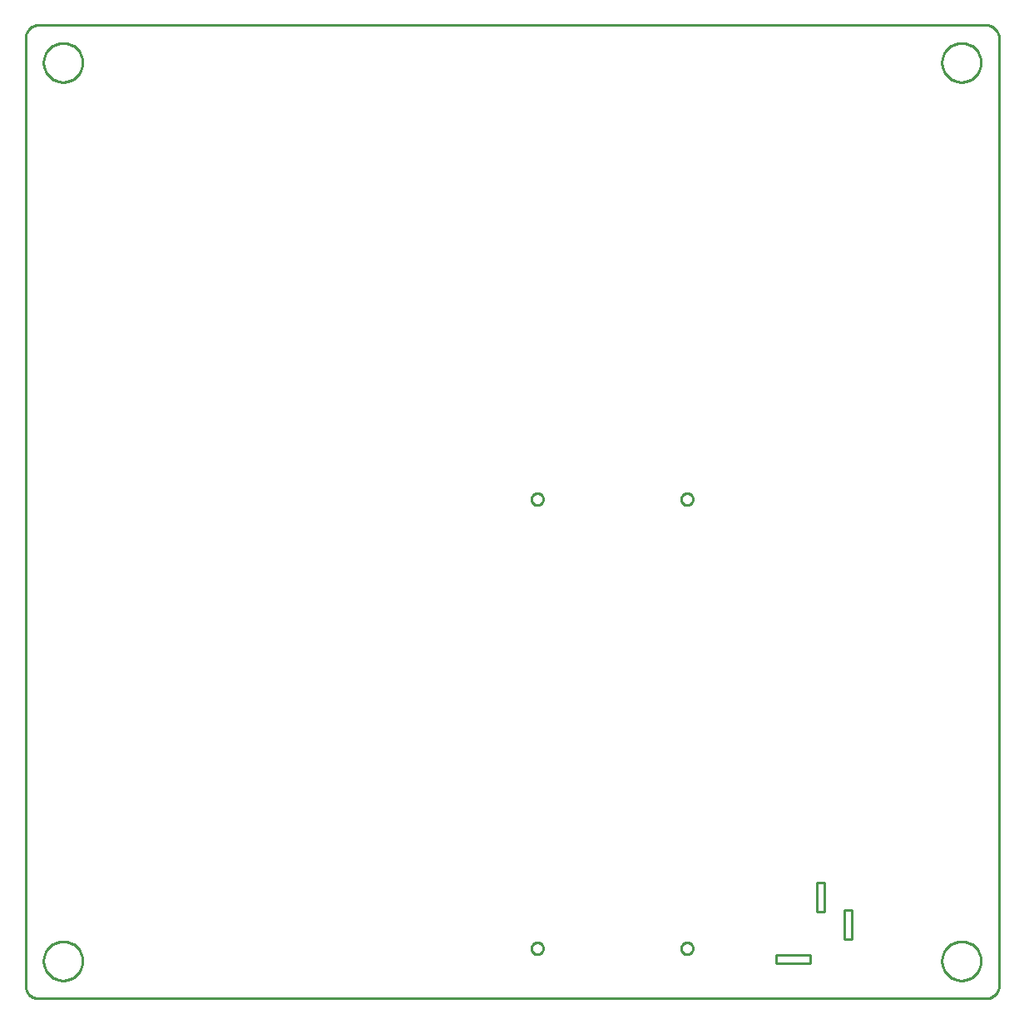
<source format=gbr>
G04 EAGLE Gerber X2 export*
%TF.Part,Single*%
%TF.FileFunction,Profile,NP*%
%TF.FilePolarity,Positive*%
%TF.GenerationSoftware,Autodesk,EAGLE,8.6.3*%
%TF.CreationDate,2019-08-20T17:14:19Z*%
G75*
%MOMM*%
%FSLAX34Y34*%
%LPD*%
%AMOC8*
5,1,8,0,0,1.08239X$1,22.5*%
G01*
%ADD10C,0.254000*%


D10*
X0Y12700D02*
X48Y11593D01*
X193Y10495D01*
X433Y9413D01*
X766Y8356D01*
X1190Y7333D01*
X1701Y6350D01*
X2297Y5416D01*
X2971Y4537D01*
X3720Y3720D01*
X4537Y2971D01*
X5416Y2297D01*
X6350Y1701D01*
X7333Y1190D01*
X8356Y766D01*
X9413Y433D01*
X10495Y193D01*
X11593Y48D01*
X12700Y0D01*
X977900Y0D01*
X979007Y48D01*
X980105Y193D01*
X981187Y433D01*
X982244Y766D01*
X983267Y1190D01*
X984250Y1701D01*
X985184Y2297D01*
X986063Y2971D01*
X986880Y3720D01*
X987629Y4537D01*
X988303Y5416D01*
X988899Y6350D01*
X989410Y7333D01*
X989834Y8356D01*
X990167Y9413D01*
X990407Y10495D01*
X990552Y11593D01*
X990600Y12700D01*
X990600Y977900D01*
X990552Y979007D01*
X990407Y980105D01*
X990167Y981187D01*
X989834Y982244D01*
X989410Y983267D01*
X988899Y984250D01*
X988303Y985184D01*
X987629Y986063D01*
X986880Y986880D01*
X986063Y987629D01*
X985184Y988303D01*
X984250Y988899D01*
X983267Y989410D01*
X982244Y989834D01*
X981187Y990167D01*
X980105Y990407D01*
X979007Y990552D01*
X977900Y990600D01*
X12700Y990600D01*
X11593Y990552D01*
X10495Y990407D01*
X9413Y990167D01*
X8356Y989834D01*
X7333Y989410D01*
X6350Y988899D01*
X5416Y988303D01*
X4537Y987629D01*
X3720Y986880D01*
X2971Y986063D01*
X2297Y985184D01*
X1701Y984250D01*
X1190Y983267D01*
X766Y982244D01*
X433Y981187D01*
X193Y980105D01*
X48Y979007D01*
X0Y977900D01*
X0Y12700D01*
X833050Y59900D02*
X841050Y59900D01*
X841050Y89900D01*
X833050Y89900D01*
X833050Y59900D01*
X763550Y35900D02*
X798550Y35900D01*
X798550Y43900D01*
X763550Y43900D01*
X763550Y35900D01*
X805050Y87900D02*
X813050Y87900D01*
X813050Y117900D01*
X805050Y117900D01*
X805050Y87900D01*
X57944Y951900D02*
X57871Y950703D01*
X57727Y949513D01*
X57511Y948333D01*
X57224Y947169D01*
X56867Y946024D01*
X56442Y944903D01*
X55949Y943809D01*
X55392Y942747D01*
X54772Y941721D01*
X54090Y940734D01*
X53351Y939790D01*
X52556Y938892D01*
X51708Y938044D01*
X50810Y937249D01*
X49866Y936510D01*
X48879Y935828D01*
X47853Y935208D01*
X46791Y934651D01*
X45697Y934158D01*
X44576Y933733D01*
X43431Y933376D01*
X42267Y933089D01*
X41087Y932873D01*
X39897Y932729D01*
X38700Y932656D01*
X37500Y932656D01*
X36303Y932729D01*
X35113Y932873D01*
X33933Y933089D01*
X32769Y933376D01*
X31624Y933733D01*
X30503Y934158D01*
X29409Y934651D01*
X28347Y935208D01*
X27321Y935828D01*
X26334Y936510D01*
X25390Y937249D01*
X24492Y938044D01*
X23644Y938892D01*
X22849Y939790D01*
X22110Y940734D01*
X21428Y941721D01*
X20808Y942747D01*
X20251Y943809D01*
X19758Y944903D01*
X19333Y946024D01*
X18976Y947169D01*
X18689Y948333D01*
X18473Y949513D01*
X18329Y950703D01*
X18256Y951900D01*
X18256Y953100D01*
X18329Y954297D01*
X18473Y955487D01*
X18689Y956667D01*
X18976Y957831D01*
X19333Y958976D01*
X19758Y960097D01*
X20251Y961191D01*
X20808Y962253D01*
X21428Y963279D01*
X22110Y964266D01*
X22849Y965210D01*
X23644Y966108D01*
X24492Y966956D01*
X25390Y967751D01*
X26334Y968490D01*
X27321Y969172D01*
X28347Y969792D01*
X29409Y970349D01*
X30503Y970842D01*
X31624Y971267D01*
X32769Y971624D01*
X33933Y971911D01*
X35113Y972127D01*
X36303Y972271D01*
X37500Y972344D01*
X38700Y972344D01*
X39897Y972271D01*
X41087Y972127D01*
X42267Y971911D01*
X43431Y971624D01*
X44576Y971267D01*
X45697Y970842D01*
X46791Y970349D01*
X47853Y969792D01*
X48879Y969172D01*
X49866Y968490D01*
X50810Y967751D01*
X51708Y966956D01*
X52556Y966108D01*
X53351Y965210D01*
X54090Y964266D01*
X54772Y963279D01*
X55392Y962253D01*
X55949Y961191D01*
X56442Y960097D01*
X56867Y958976D01*
X57224Y957831D01*
X57511Y956667D01*
X57727Y955487D01*
X57871Y954297D01*
X57944Y953100D01*
X57944Y951900D01*
X972344Y951900D02*
X972271Y950703D01*
X972127Y949513D01*
X971911Y948333D01*
X971624Y947169D01*
X971267Y946024D01*
X970842Y944903D01*
X970349Y943809D01*
X969792Y942747D01*
X969172Y941721D01*
X968490Y940734D01*
X967751Y939790D01*
X966956Y938892D01*
X966108Y938044D01*
X965210Y937249D01*
X964266Y936510D01*
X963279Y935828D01*
X962253Y935208D01*
X961191Y934651D01*
X960097Y934158D01*
X958976Y933733D01*
X957831Y933376D01*
X956667Y933089D01*
X955487Y932873D01*
X954297Y932729D01*
X953100Y932656D01*
X951900Y932656D01*
X950703Y932729D01*
X949513Y932873D01*
X948333Y933089D01*
X947169Y933376D01*
X946024Y933733D01*
X944903Y934158D01*
X943809Y934651D01*
X942747Y935208D01*
X941721Y935828D01*
X940734Y936510D01*
X939790Y937249D01*
X938892Y938044D01*
X938044Y938892D01*
X937249Y939790D01*
X936510Y940734D01*
X935828Y941721D01*
X935208Y942747D01*
X934651Y943809D01*
X934158Y944903D01*
X933733Y946024D01*
X933376Y947169D01*
X933089Y948333D01*
X932873Y949513D01*
X932729Y950703D01*
X932656Y951900D01*
X932656Y953100D01*
X932729Y954297D01*
X932873Y955487D01*
X933089Y956667D01*
X933376Y957831D01*
X933733Y958976D01*
X934158Y960097D01*
X934651Y961191D01*
X935208Y962253D01*
X935828Y963279D01*
X936510Y964266D01*
X937249Y965210D01*
X938044Y966108D01*
X938892Y966956D01*
X939790Y967751D01*
X940734Y968490D01*
X941721Y969172D01*
X942747Y969792D01*
X943809Y970349D01*
X944903Y970842D01*
X946024Y971267D01*
X947169Y971624D01*
X948333Y971911D01*
X949513Y972127D01*
X950703Y972271D01*
X951900Y972344D01*
X953100Y972344D01*
X954297Y972271D01*
X955487Y972127D01*
X956667Y971911D01*
X957831Y971624D01*
X958976Y971267D01*
X960097Y970842D01*
X961191Y970349D01*
X962253Y969792D01*
X963279Y969172D01*
X964266Y968490D01*
X965210Y967751D01*
X966108Y966956D01*
X966956Y966108D01*
X967751Y965210D01*
X968490Y964266D01*
X969172Y963279D01*
X969792Y962253D01*
X970349Y961191D01*
X970842Y960097D01*
X971267Y958976D01*
X971624Y957831D01*
X971911Y956667D01*
X972127Y955487D01*
X972271Y954297D01*
X972344Y953100D01*
X972344Y951900D01*
X972344Y37500D02*
X972271Y36303D01*
X972127Y35113D01*
X971911Y33933D01*
X971624Y32769D01*
X971267Y31624D01*
X970842Y30503D01*
X970349Y29409D01*
X969792Y28347D01*
X969172Y27321D01*
X968490Y26334D01*
X967751Y25390D01*
X966956Y24492D01*
X966108Y23644D01*
X965210Y22849D01*
X964266Y22110D01*
X963279Y21428D01*
X962253Y20808D01*
X961191Y20251D01*
X960097Y19758D01*
X958976Y19333D01*
X957831Y18976D01*
X956667Y18689D01*
X955487Y18473D01*
X954297Y18329D01*
X953100Y18256D01*
X951900Y18256D01*
X950703Y18329D01*
X949513Y18473D01*
X948333Y18689D01*
X947169Y18976D01*
X946024Y19333D01*
X944903Y19758D01*
X943809Y20251D01*
X942747Y20808D01*
X941721Y21428D01*
X940734Y22110D01*
X939790Y22849D01*
X938892Y23644D01*
X938044Y24492D01*
X937249Y25390D01*
X936510Y26334D01*
X935828Y27321D01*
X935208Y28347D01*
X934651Y29409D01*
X934158Y30503D01*
X933733Y31624D01*
X933376Y32769D01*
X933089Y33933D01*
X932873Y35113D01*
X932729Y36303D01*
X932656Y37500D01*
X932656Y38700D01*
X932729Y39897D01*
X932873Y41087D01*
X933089Y42267D01*
X933376Y43431D01*
X933733Y44576D01*
X934158Y45697D01*
X934651Y46791D01*
X935208Y47853D01*
X935828Y48879D01*
X936510Y49866D01*
X937249Y50810D01*
X938044Y51708D01*
X938892Y52556D01*
X939790Y53351D01*
X940734Y54090D01*
X941721Y54772D01*
X942747Y55392D01*
X943809Y55949D01*
X944903Y56442D01*
X946024Y56867D01*
X947169Y57224D01*
X948333Y57511D01*
X949513Y57727D01*
X950703Y57871D01*
X951900Y57944D01*
X953100Y57944D01*
X954297Y57871D01*
X955487Y57727D01*
X956667Y57511D01*
X957831Y57224D01*
X958976Y56867D01*
X960097Y56442D01*
X961191Y55949D01*
X962253Y55392D01*
X963279Y54772D01*
X964266Y54090D01*
X965210Y53351D01*
X966108Y52556D01*
X966956Y51708D01*
X967751Y50810D01*
X968490Y49866D01*
X969172Y48879D01*
X969792Y47853D01*
X970349Y46791D01*
X970842Y45697D01*
X971267Y44576D01*
X971624Y43431D01*
X971911Y42267D01*
X972127Y41087D01*
X972271Y39897D01*
X972344Y38700D01*
X972344Y37500D01*
X57944Y37500D02*
X57871Y36303D01*
X57727Y35113D01*
X57511Y33933D01*
X57224Y32769D01*
X56867Y31624D01*
X56442Y30503D01*
X55949Y29409D01*
X55392Y28347D01*
X54772Y27321D01*
X54090Y26334D01*
X53351Y25390D01*
X52556Y24492D01*
X51708Y23644D01*
X50810Y22849D01*
X49866Y22110D01*
X48879Y21428D01*
X47853Y20808D01*
X46791Y20251D01*
X45697Y19758D01*
X44576Y19333D01*
X43431Y18976D01*
X42267Y18689D01*
X41087Y18473D01*
X39897Y18329D01*
X38700Y18256D01*
X37500Y18256D01*
X36303Y18329D01*
X35113Y18473D01*
X33933Y18689D01*
X32769Y18976D01*
X31624Y19333D01*
X30503Y19758D01*
X29409Y20251D01*
X28347Y20808D01*
X27321Y21428D01*
X26334Y22110D01*
X25390Y22849D01*
X24492Y23644D01*
X23644Y24492D01*
X22849Y25390D01*
X22110Y26334D01*
X21428Y27321D01*
X20808Y28347D01*
X20251Y29409D01*
X19758Y30503D01*
X19333Y31624D01*
X18976Y32769D01*
X18689Y33933D01*
X18473Y35113D01*
X18329Y36303D01*
X18256Y37500D01*
X18256Y38700D01*
X18329Y39897D01*
X18473Y41087D01*
X18689Y42267D01*
X18976Y43431D01*
X19333Y44576D01*
X19758Y45697D01*
X20251Y46791D01*
X20808Y47853D01*
X21428Y48879D01*
X22110Y49866D01*
X22849Y50810D01*
X23644Y51708D01*
X24492Y52556D01*
X25390Y53351D01*
X26334Y54090D01*
X27321Y54772D01*
X28347Y55392D01*
X29409Y55949D01*
X30503Y56442D01*
X31624Y56867D01*
X32769Y57224D01*
X33933Y57511D01*
X35113Y57727D01*
X36303Y57871D01*
X37500Y57944D01*
X38700Y57944D01*
X39897Y57871D01*
X41087Y57727D01*
X42267Y57511D01*
X43431Y57224D01*
X44576Y56867D01*
X45697Y56442D01*
X46791Y55949D01*
X47853Y55392D01*
X48879Y54772D01*
X49866Y54090D01*
X50810Y53351D01*
X51708Y52556D01*
X52556Y51708D01*
X53351Y50810D01*
X54090Y49866D01*
X54772Y48879D01*
X55392Y47853D01*
X55949Y46791D01*
X56442Y45697D01*
X56867Y44576D01*
X57224Y43431D01*
X57511Y42267D01*
X57727Y41087D01*
X57871Y39897D01*
X57944Y38700D01*
X57944Y37500D01*
X57944Y951900D02*
X57871Y950703D01*
X57727Y949513D01*
X57511Y948333D01*
X57224Y947169D01*
X56867Y946024D01*
X56442Y944903D01*
X55949Y943809D01*
X55392Y942747D01*
X54772Y941721D01*
X54090Y940734D01*
X53351Y939790D01*
X52556Y938892D01*
X51708Y938044D01*
X50810Y937249D01*
X49866Y936510D01*
X48879Y935828D01*
X47853Y935208D01*
X46791Y934651D01*
X45697Y934158D01*
X44576Y933733D01*
X43431Y933376D01*
X42267Y933089D01*
X41087Y932873D01*
X39897Y932729D01*
X38700Y932656D01*
X37500Y932656D01*
X36303Y932729D01*
X35113Y932873D01*
X33933Y933089D01*
X32769Y933376D01*
X31624Y933733D01*
X30503Y934158D01*
X29409Y934651D01*
X28347Y935208D01*
X27321Y935828D01*
X26334Y936510D01*
X25390Y937249D01*
X24492Y938044D01*
X23644Y938892D01*
X22849Y939790D01*
X22110Y940734D01*
X21428Y941721D01*
X20808Y942747D01*
X20251Y943809D01*
X19758Y944903D01*
X19333Y946024D01*
X18976Y947169D01*
X18689Y948333D01*
X18473Y949513D01*
X18329Y950703D01*
X18256Y951900D01*
X18256Y953100D01*
X18329Y954297D01*
X18473Y955487D01*
X18689Y956667D01*
X18976Y957831D01*
X19333Y958976D01*
X19758Y960097D01*
X20251Y961191D01*
X20808Y962253D01*
X21428Y963279D01*
X22110Y964266D01*
X22849Y965210D01*
X23644Y966108D01*
X24492Y966956D01*
X25390Y967751D01*
X26334Y968490D01*
X27321Y969172D01*
X28347Y969792D01*
X29409Y970349D01*
X30503Y970842D01*
X31624Y971267D01*
X32769Y971624D01*
X33933Y971911D01*
X35113Y972127D01*
X36303Y972271D01*
X37500Y972344D01*
X38700Y972344D01*
X39897Y972271D01*
X41087Y972127D01*
X42267Y971911D01*
X43431Y971624D01*
X44576Y971267D01*
X45697Y970842D01*
X46791Y970349D01*
X47853Y969792D01*
X48879Y969172D01*
X49866Y968490D01*
X50810Y967751D01*
X51708Y966956D01*
X52556Y966108D01*
X53351Y965210D01*
X54090Y964266D01*
X54772Y963279D01*
X55392Y962253D01*
X55949Y961191D01*
X56442Y960097D01*
X56867Y958976D01*
X57224Y957831D01*
X57511Y956667D01*
X57727Y955487D01*
X57871Y954297D01*
X57944Y953100D01*
X57944Y951900D01*
X972344Y951900D02*
X972271Y950703D01*
X972127Y949513D01*
X971911Y948333D01*
X971624Y947169D01*
X971267Y946024D01*
X970842Y944903D01*
X970349Y943809D01*
X969792Y942747D01*
X969172Y941721D01*
X968490Y940734D01*
X967751Y939790D01*
X966956Y938892D01*
X966108Y938044D01*
X965210Y937249D01*
X964266Y936510D01*
X963279Y935828D01*
X962253Y935208D01*
X961191Y934651D01*
X960097Y934158D01*
X958976Y933733D01*
X957831Y933376D01*
X956667Y933089D01*
X955487Y932873D01*
X954297Y932729D01*
X953100Y932656D01*
X951900Y932656D01*
X950703Y932729D01*
X949513Y932873D01*
X948333Y933089D01*
X947169Y933376D01*
X946024Y933733D01*
X944903Y934158D01*
X943809Y934651D01*
X942747Y935208D01*
X941721Y935828D01*
X940734Y936510D01*
X939790Y937249D01*
X938892Y938044D01*
X938044Y938892D01*
X937249Y939790D01*
X936510Y940734D01*
X935828Y941721D01*
X935208Y942747D01*
X934651Y943809D01*
X934158Y944903D01*
X933733Y946024D01*
X933376Y947169D01*
X933089Y948333D01*
X932873Y949513D01*
X932729Y950703D01*
X932656Y951900D01*
X932656Y953100D01*
X932729Y954297D01*
X932873Y955487D01*
X933089Y956667D01*
X933376Y957831D01*
X933733Y958976D01*
X934158Y960097D01*
X934651Y961191D01*
X935208Y962253D01*
X935828Y963279D01*
X936510Y964266D01*
X937249Y965210D01*
X938044Y966108D01*
X938892Y966956D01*
X939790Y967751D01*
X940734Y968490D01*
X941721Y969172D01*
X942747Y969792D01*
X943809Y970349D01*
X944903Y970842D01*
X946024Y971267D01*
X947169Y971624D01*
X948333Y971911D01*
X949513Y972127D01*
X950703Y972271D01*
X951900Y972344D01*
X953100Y972344D01*
X954297Y972271D01*
X955487Y972127D01*
X956667Y971911D01*
X957831Y971624D01*
X958976Y971267D01*
X960097Y970842D01*
X961191Y970349D01*
X962253Y969792D01*
X963279Y969172D01*
X964266Y968490D01*
X965210Y967751D01*
X966108Y966956D01*
X966956Y966108D01*
X967751Y965210D01*
X968490Y964266D01*
X969172Y963279D01*
X969792Y962253D01*
X970349Y961191D01*
X970842Y960097D01*
X971267Y958976D01*
X971624Y957831D01*
X971911Y956667D01*
X972127Y955487D01*
X972271Y954297D01*
X972344Y953100D01*
X972344Y951900D01*
X972344Y37500D02*
X972271Y36303D01*
X972127Y35113D01*
X971911Y33933D01*
X971624Y32769D01*
X971267Y31624D01*
X970842Y30503D01*
X970349Y29409D01*
X969792Y28347D01*
X969172Y27321D01*
X968490Y26334D01*
X967751Y25390D01*
X966956Y24492D01*
X966108Y23644D01*
X965210Y22849D01*
X964266Y22110D01*
X963279Y21428D01*
X962253Y20808D01*
X961191Y20251D01*
X960097Y19758D01*
X958976Y19333D01*
X957831Y18976D01*
X956667Y18689D01*
X955487Y18473D01*
X954297Y18329D01*
X953100Y18256D01*
X951900Y18256D01*
X950703Y18329D01*
X949513Y18473D01*
X948333Y18689D01*
X947169Y18976D01*
X946024Y19333D01*
X944903Y19758D01*
X943809Y20251D01*
X942747Y20808D01*
X941721Y21428D01*
X940734Y22110D01*
X939790Y22849D01*
X938892Y23644D01*
X938044Y24492D01*
X937249Y25390D01*
X936510Y26334D01*
X935828Y27321D01*
X935208Y28347D01*
X934651Y29409D01*
X934158Y30503D01*
X933733Y31624D01*
X933376Y32769D01*
X933089Y33933D01*
X932873Y35113D01*
X932729Y36303D01*
X932656Y37500D01*
X932656Y38700D01*
X932729Y39897D01*
X932873Y41087D01*
X933089Y42267D01*
X933376Y43431D01*
X933733Y44576D01*
X934158Y45697D01*
X934651Y46791D01*
X935208Y47853D01*
X935828Y48879D01*
X936510Y49866D01*
X937249Y50810D01*
X938044Y51708D01*
X938892Y52556D01*
X939790Y53351D01*
X940734Y54090D01*
X941721Y54772D01*
X942747Y55392D01*
X943809Y55949D01*
X944903Y56442D01*
X946024Y56867D01*
X947169Y57224D01*
X948333Y57511D01*
X949513Y57727D01*
X950703Y57871D01*
X951900Y57944D01*
X953100Y57944D01*
X954297Y57871D01*
X955487Y57727D01*
X956667Y57511D01*
X957831Y57224D01*
X958976Y56867D01*
X960097Y56442D01*
X961191Y55949D01*
X962253Y55392D01*
X963279Y54772D01*
X964266Y54090D01*
X965210Y53351D01*
X966108Y52556D01*
X966956Y51708D01*
X967751Y50810D01*
X968490Y49866D01*
X969172Y48879D01*
X969792Y47853D01*
X970349Y46791D01*
X970842Y45697D01*
X971267Y44576D01*
X971624Y43431D01*
X971911Y42267D01*
X972127Y41087D01*
X972271Y39897D01*
X972344Y38700D01*
X972344Y37500D01*
X57944Y37500D02*
X57871Y36303D01*
X57727Y35113D01*
X57511Y33933D01*
X57224Y32769D01*
X56867Y31624D01*
X56442Y30503D01*
X55949Y29409D01*
X55392Y28347D01*
X54772Y27321D01*
X54090Y26334D01*
X53351Y25390D01*
X52556Y24492D01*
X51708Y23644D01*
X50810Y22849D01*
X49866Y22110D01*
X48879Y21428D01*
X47853Y20808D01*
X46791Y20251D01*
X45697Y19758D01*
X44576Y19333D01*
X43431Y18976D01*
X42267Y18689D01*
X41087Y18473D01*
X39897Y18329D01*
X38700Y18256D01*
X37500Y18256D01*
X36303Y18329D01*
X35113Y18473D01*
X33933Y18689D01*
X32769Y18976D01*
X31624Y19333D01*
X30503Y19758D01*
X29409Y20251D01*
X28347Y20808D01*
X27321Y21428D01*
X26334Y22110D01*
X25390Y22849D01*
X24492Y23644D01*
X23644Y24492D01*
X22849Y25390D01*
X22110Y26334D01*
X21428Y27321D01*
X20808Y28347D01*
X20251Y29409D01*
X19758Y30503D01*
X19333Y31624D01*
X18976Y32769D01*
X18689Y33933D01*
X18473Y35113D01*
X18329Y36303D01*
X18256Y37500D01*
X18256Y38700D01*
X18329Y39897D01*
X18473Y41087D01*
X18689Y42267D01*
X18976Y43431D01*
X19333Y44576D01*
X19758Y45697D01*
X20251Y46791D01*
X20808Y47853D01*
X21428Y48879D01*
X22110Y49866D01*
X22849Y50810D01*
X23644Y51708D01*
X24492Y52556D01*
X25390Y53351D01*
X26334Y54090D01*
X27321Y54772D01*
X28347Y55392D01*
X29409Y55949D01*
X30503Y56442D01*
X31624Y56867D01*
X32769Y57224D01*
X33933Y57511D01*
X35113Y57727D01*
X36303Y57871D01*
X37500Y57944D01*
X38700Y57944D01*
X39897Y57871D01*
X41087Y57727D01*
X42267Y57511D01*
X43431Y57224D01*
X44576Y56867D01*
X45697Y56442D01*
X46791Y55949D01*
X47853Y55392D01*
X48879Y54772D01*
X49866Y54090D01*
X50810Y53351D01*
X51708Y52556D01*
X52556Y51708D01*
X53351Y50810D01*
X54090Y49866D01*
X54772Y48879D01*
X55392Y47853D01*
X55949Y46791D01*
X56442Y45697D01*
X56867Y44576D01*
X57224Y43431D01*
X57511Y42267D01*
X57727Y41087D01*
X57871Y39897D01*
X57944Y38700D01*
X57944Y37500D01*
X526700Y50463D02*
X526625Y49793D01*
X526475Y49136D01*
X526252Y48500D01*
X525960Y47893D01*
X525601Y47323D01*
X525181Y46796D01*
X524704Y46319D01*
X524178Y45899D01*
X523607Y45540D01*
X523000Y45248D01*
X522364Y45025D01*
X521707Y44875D01*
X521037Y44800D01*
X520363Y44800D01*
X519693Y44875D01*
X519036Y45025D01*
X518400Y45248D01*
X517793Y45540D01*
X517223Y45899D01*
X516696Y46319D01*
X516219Y46796D01*
X515799Y47323D01*
X515440Y47893D01*
X515148Y48500D01*
X514925Y49136D01*
X514775Y49793D01*
X514700Y50463D01*
X514700Y51137D01*
X514775Y51807D01*
X514925Y52464D01*
X515148Y53100D01*
X515440Y53707D01*
X515799Y54278D01*
X516219Y54804D01*
X516696Y55281D01*
X517223Y55701D01*
X517793Y56060D01*
X518400Y56352D01*
X519036Y56575D01*
X519693Y56725D01*
X520363Y56800D01*
X521037Y56800D01*
X521707Y56725D01*
X522364Y56575D01*
X523000Y56352D01*
X523607Y56060D01*
X524178Y55701D01*
X524704Y55281D01*
X525181Y54804D01*
X525601Y54278D01*
X525960Y53707D01*
X526252Y53100D01*
X526475Y52464D01*
X526625Y51807D01*
X526700Y51137D01*
X526700Y50463D01*
X679100Y50463D02*
X679025Y49793D01*
X678875Y49136D01*
X678652Y48500D01*
X678360Y47893D01*
X678001Y47323D01*
X677581Y46796D01*
X677104Y46319D01*
X676578Y45899D01*
X676007Y45540D01*
X675400Y45248D01*
X674764Y45025D01*
X674107Y44875D01*
X673437Y44800D01*
X672763Y44800D01*
X672093Y44875D01*
X671436Y45025D01*
X670800Y45248D01*
X670193Y45540D01*
X669623Y45899D01*
X669096Y46319D01*
X668619Y46796D01*
X668199Y47323D01*
X667840Y47893D01*
X667548Y48500D01*
X667325Y49136D01*
X667175Y49793D01*
X667100Y50463D01*
X667100Y51137D01*
X667175Y51807D01*
X667325Y52464D01*
X667548Y53100D01*
X667840Y53707D01*
X668199Y54278D01*
X668619Y54804D01*
X669096Y55281D01*
X669623Y55701D01*
X670193Y56060D01*
X670800Y56352D01*
X671436Y56575D01*
X672093Y56725D01*
X672763Y56800D01*
X673437Y56800D01*
X674107Y56725D01*
X674764Y56575D01*
X675400Y56352D01*
X676007Y56060D01*
X676578Y55701D01*
X677104Y55281D01*
X677581Y54804D01*
X678001Y54278D01*
X678360Y53707D01*
X678652Y53100D01*
X678875Y52464D01*
X679025Y51807D01*
X679100Y51137D01*
X679100Y50463D01*
X526700Y507663D02*
X526625Y506993D01*
X526475Y506336D01*
X526252Y505700D01*
X525960Y505093D01*
X525601Y504523D01*
X525181Y503996D01*
X524704Y503519D01*
X524178Y503099D01*
X523607Y502740D01*
X523000Y502448D01*
X522364Y502225D01*
X521707Y502075D01*
X521037Y502000D01*
X520363Y502000D01*
X519693Y502075D01*
X519036Y502225D01*
X518400Y502448D01*
X517793Y502740D01*
X517223Y503099D01*
X516696Y503519D01*
X516219Y503996D01*
X515799Y504523D01*
X515440Y505093D01*
X515148Y505700D01*
X514925Y506336D01*
X514775Y506993D01*
X514700Y507663D01*
X514700Y508337D01*
X514775Y509007D01*
X514925Y509664D01*
X515148Y510300D01*
X515440Y510907D01*
X515799Y511478D01*
X516219Y512004D01*
X516696Y512481D01*
X517223Y512901D01*
X517793Y513260D01*
X518400Y513552D01*
X519036Y513775D01*
X519693Y513925D01*
X520363Y514000D01*
X521037Y514000D01*
X521707Y513925D01*
X522364Y513775D01*
X523000Y513552D01*
X523607Y513260D01*
X524178Y512901D01*
X524704Y512481D01*
X525181Y512004D01*
X525601Y511478D01*
X525960Y510907D01*
X526252Y510300D01*
X526475Y509664D01*
X526625Y509007D01*
X526700Y508337D01*
X526700Y507663D01*
X679100Y507663D02*
X679025Y506993D01*
X678875Y506336D01*
X678652Y505700D01*
X678360Y505093D01*
X678001Y504523D01*
X677581Y503996D01*
X677104Y503519D01*
X676578Y503099D01*
X676007Y502740D01*
X675400Y502448D01*
X674764Y502225D01*
X674107Y502075D01*
X673437Y502000D01*
X672763Y502000D01*
X672093Y502075D01*
X671436Y502225D01*
X670800Y502448D01*
X670193Y502740D01*
X669623Y503099D01*
X669096Y503519D01*
X668619Y503996D01*
X668199Y504523D01*
X667840Y505093D01*
X667548Y505700D01*
X667325Y506336D01*
X667175Y506993D01*
X667100Y507663D01*
X667100Y508337D01*
X667175Y509007D01*
X667325Y509664D01*
X667548Y510300D01*
X667840Y510907D01*
X668199Y511478D01*
X668619Y512004D01*
X669096Y512481D01*
X669623Y512901D01*
X670193Y513260D01*
X670800Y513552D01*
X671436Y513775D01*
X672093Y513925D01*
X672763Y514000D01*
X673437Y514000D01*
X674107Y513925D01*
X674764Y513775D01*
X675400Y513552D01*
X676007Y513260D01*
X676578Y512901D01*
X677104Y512481D01*
X677581Y512004D01*
X678001Y511478D01*
X678360Y510907D01*
X678652Y510300D01*
X678875Y509664D01*
X679025Y509007D01*
X679100Y508337D01*
X679100Y507663D01*
M02*

</source>
